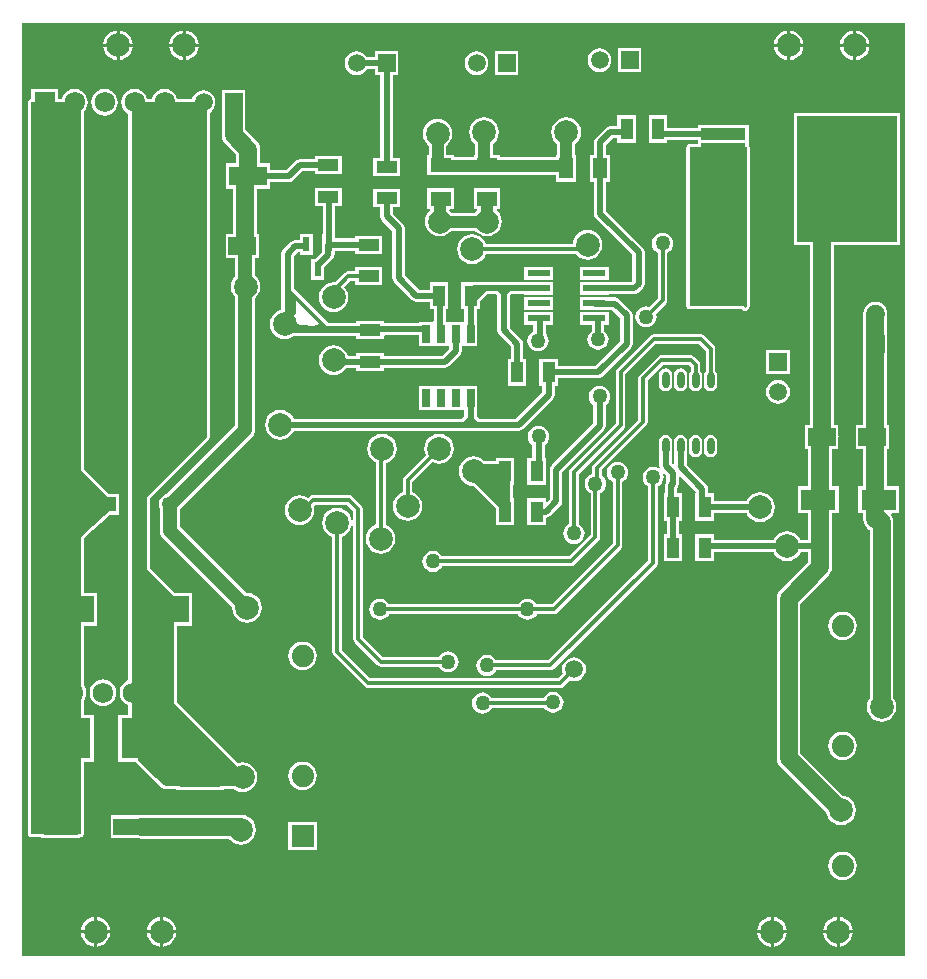
<source format=gtl>
G04*
G04 #@! TF.GenerationSoftware,Altium Limited,Altium Designer,19.0.10 (269)*
G04*
G04 Layer_Physical_Order=1*
G04 Layer_Color=255*
%FSLAX25Y25*%
%MOIN*%
G70*
G01*
G75*
%ADD16R,0.11221X0.05512*%
%ADD17R,0.07800X0.02200*%
%ADD18R,0.04134X0.07087*%
%ADD19R,0.02559X0.06004*%
%ADD20O,0.02362X0.05512*%
%ADD21R,0.09173X0.06142*%
%ADD22R,0.33228X0.42165*%
%ADD23R,0.14882X0.03898*%
%ADD24R,0.07087X0.04134*%
%ADD25R,0.13819X0.05787*%
%ADD26R,0.12677X0.06417*%
%ADD27R,0.04764X0.06969*%
%ADD28R,0.06969X0.04764*%
%ADD29R,0.02362X0.04921*%
%ADD30R,0.16575X0.09050*%
%ADD31R,0.11811X0.07087*%
%ADD32R,0.05787X0.13819*%
%ADD60C,0.05906*%
%ADD61C,0.02000*%
%ADD62C,0.01181*%
%ADD63C,0.04724*%
%ADD64C,0.03937*%
%ADD65C,0.07874*%
%ADD66C,0.06791*%
%ADD67R,0.06791X0.06791*%
%ADD68R,0.07406X0.07406*%
%ADD69C,0.07406*%
%ADD70R,0.05906X0.05906*%
%ADD71C,0.05906*%
%ADD72R,0.05906X0.05906*%
%ADD73C,0.04913*%
%ADD74R,0.04913X0.04913*%
%ADD75C,0.05000*%
G36*
X295971Y1529D02*
X1529D01*
Y312471D01*
X295971D01*
Y1529D01*
D02*
G37*
%LPC*%
G36*
X257575Y309914D02*
Y305500D01*
X261989D01*
X261885Y306289D01*
X261387Y307490D01*
X260596Y308521D01*
X259565Y309313D01*
X258364Y309810D01*
X257575Y309914D01*
D02*
G37*
G36*
X34000D02*
Y305500D01*
X38414D01*
X38310Y306289D01*
X37813Y307490D01*
X37021Y308521D01*
X35990Y309313D01*
X34789Y309810D01*
X34000Y309914D01*
D02*
G37*
G36*
X279575D02*
Y305500D01*
X283989D01*
X283885Y306289D01*
X283387Y307490D01*
X282596Y308521D01*
X281565Y309313D01*
X280364Y309810D01*
X279575Y309914D01*
D02*
G37*
G36*
X56000D02*
Y305500D01*
X60414D01*
X60310Y306289D01*
X59812Y307490D01*
X59021Y308521D01*
X57990Y309313D01*
X56789Y309810D01*
X56000Y309914D01*
D02*
G37*
G36*
X256575D02*
X255786Y309810D01*
X254585Y309313D01*
X253554Y308521D01*
X252762Y307490D01*
X252265Y306289D01*
X252161Y305500D01*
X256575D01*
Y309914D01*
D02*
G37*
G36*
X33000D02*
X32211Y309810D01*
X31010Y309313D01*
X29979Y308521D01*
X29188Y307490D01*
X28690Y306289D01*
X28586Y305500D01*
X33000D01*
Y309914D01*
D02*
G37*
G36*
X278575D02*
X277786Y309810D01*
X276585Y309313D01*
X275554Y308521D01*
X274762Y307490D01*
X274265Y306289D01*
X274161Y305500D01*
X278575D01*
Y309914D01*
D02*
G37*
G36*
X55000D02*
X54211Y309810D01*
X53010Y309313D01*
X51979Y308521D01*
X51187Y307490D01*
X50690Y306289D01*
X50586Y305500D01*
X55000D01*
Y309914D01*
D02*
G37*
G36*
X283989Y304500D02*
X279575D01*
Y300086D01*
X280364Y300190D01*
X281565Y300688D01*
X282596Y301479D01*
X283387Y302510D01*
X283885Y303711D01*
X283989Y304500D01*
D02*
G37*
G36*
X261989D02*
X257575D01*
Y300086D01*
X258364Y300190D01*
X259565Y300688D01*
X260596Y301479D01*
X261387Y302510D01*
X261885Y303711D01*
X261989Y304500D01*
D02*
G37*
G36*
X60414D02*
X56000D01*
Y300086D01*
X56789Y300190D01*
X57990Y300688D01*
X59021Y301479D01*
X59812Y302510D01*
X60310Y303711D01*
X60414Y304500D01*
D02*
G37*
G36*
X38414D02*
X34000D01*
Y300086D01*
X34789Y300190D01*
X35990Y300688D01*
X37021Y301479D01*
X37813Y302510D01*
X38310Y303711D01*
X38414Y304500D01*
D02*
G37*
G36*
X278575D02*
X274161D01*
X274265Y303711D01*
X274762Y302510D01*
X275554Y301479D01*
X276585Y300688D01*
X277786Y300190D01*
X278575Y300086D01*
Y304500D01*
D02*
G37*
G36*
X256575D02*
X252161D01*
X252265Y303711D01*
X252762Y302510D01*
X253554Y301479D01*
X254585Y300688D01*
X255786Y300190D01*
X256575Y300086D01*
Y304500D01*
D02*
G37*
G36*
X55000D02*
X50586D01*
X50690Y303711D01*
X51187Y302510D01*
X51979Y301479D01*
X53010Y300688D01*
X54211Y300190D01*
X55000Y300086D01*
Y304500D01*
D02*
G37*
G36*
X33000D02*
X28586D01*
X28690Y303711D01*
X29188Y302510D01*
X29979Y301479D01*
X31010Y300688D01*
X32211Y300190D01*
X33000Y300086D01*
Y304500D01*
D02*
G37*
G36*
X207953Y303953D02*
X200047D01*
Y296047D01*
X207953D01*
Y303953D01*
D02*
G37*
G36*
X194000Y303987D02*
X192968Y303851D01*
X192007Y303453D01*
X191181Y302819D01*
X190547Y301993D01*
X190149Y301032D01*
X190013Y300000D01*
X190149Y298968D01*
X190547Y298007D01*
X191181Y297181D01*
X192007Y296547D01*
X192968Y296149D01*
X194000Y296013D01*
X195032Y296149D01*
X195993Y296547D01*
X196819Y297181D01*
X197453Y298007D01*
X197851Y298968D01*
X197987Y300000D01*
X197851Y301032D01*
X197453Y301993D01*
X196819Y302819D01*
X195993Y303453D01*
X195032Y303851D01*
X194000Y303987D01*
D02*
G37*
G36*
X166953Y302953D02*
X159047D01*
Y295047D01*
X166953D01*
Y302953D01*
D02*
G37*
G36*
X153000Y302987D02*
X151968Y302851D01*
X151007Y302453D01*
X150181Y301819D01*
X149547Y300993D01*
X149149Y300032D01*
X149013Y299000D01*
X149149Y297968D01*
X149547Y297007D01*
X150181Y296181D01*
X151007Y295547D01*
X151968Y295149D01*
X153000Y295013D01*
X154032Y295149D01*
X154993Y295547D01*
X155819Y296181D01*
X156453Y297007D01*
X156851Y297968D01*
X156987Y299000D01*
X156851Y300032D01*
X156453Y300993D01*
X155819Y301819D01*
X154993Y302453D01*
X154032Y302851D01*
X153000Y302987D01*
D02*
G37*
G36*
X19000Y290434D02*
X17853Y290283D01*
X16783Y289840D01*
X15865Y289135D01*
X15160Y288217D01*
X14717Y287147D01*
X14701Y287020D01*
X13396D01*
Y290396D01*
X4604D01*
Y287020D01*
X4500D01*
X4110Y286942D01*
X3779Y286721D01*
X3558Y286390D01*
X3480Y286000D01*
X3480Y69667D01*
X3480Y42000D01*
X3558Y41610D01*
X3779Y41279D01*
X4110Y41058D01*
X4500Y40980D01*
X7775D01*
Y40744D01*
X20996D01*
Y40980D01*
X21000D01*
X21390Y41058D01*
X21721Y41279D01*
X21942Y41610D01*
X22020Y42000D01*
X22020Y66091D01*
X25354D01*
Y81910D01*
X22020D01*
Y86538D01*
X22340Y86955D01*
X22783Y88025D01*
X22934Y89172D01*
X22783Y90320D01*
X22340Y91389D01*
X22020Y91806D01*
Y111475D01*
X26354D01*
Y122525D01*
X22020D01*
Y140608D01*
X30807Y148543D01*
X33957D01*
Y155457D01*
X30407D01*
X22020Y163844D01*
X22020Y282776D01*
X22135Y282865D01*
X22840Y283783D01*
X23282Y284853D01*
X23434Y286000D01*
X23282Y287147D01*
X22840Y288217D01*
X22135Y289135D01*
X21217Y289840D01*
X20147Y290283D01*
X19000Y290434D01*
D02*
G37*
G36*
X49000D02*
X47853Y290283D01*
X46783Y289840D01*
X45865Y289135D01*
X45160Y288217D01*
X44717Y287147D01*
X44701Y287020D01*
X43299Y287020D01*
X43282Y287147D01*
X42840Y288217D01*
X42135Y289135D01*
X41217Y289840D01*
X40148Y290283D01*
X39000Y290434D01*
X37852Y290283D01*
X36783Y289840D01*
X35865Y289135D01*
X35160Y288217D01*
X34718Y287147D01*
X34566Y286000D01*
X34718Y284853D01*
X35160Y283783D01*
X35865Y282865D01*
X36783Y282160D01*
X36980Y282079D01*
Y93301D01*
X36283Y93012D01*
X35365Y92307D01*
X34660Y91389D01*
X34218Y90320D01*
X34066Y89172D01*
X34218Y88025D01*
X34660Y86955D01*
X35365Y86037D01*
X36283Y85333D01*
X36980Y85044D01*
Y81910D01*
X33646D01*
Y66091D01*
X39441D01*
X40000Y65362D01*
X47181Y58181D01*
X47181Y58181D01*
X48007Y57547D01*
X48968Y57149D01*
X50000Y57013D01*
X52987D01*
Y56646D01*
X68806D01*
Y57013D01*
X72086D01*
X72510Y56687D01*
X73711Y56190D01*
X75000Y56020D01*
X76289Y56190D01*
X77490Y56687D01*
X78521Y57479D01*
X79312Y58510D01*
X79810Y59711D01*
X79980Y61000D01*
X79810Y62289D01*
X79312Y63490D01*
X78521Y64521D01*
X77490Y65312D01*
X76289Y65810D01*
X75000Y65980D01*
X73711Y65810D01*
X73423Y65691D01*
X53020Y86094D01*
Y111475D01*
X58217D01*
Y122525D01*
X52399D01*
X44020Y130904D01*
Y154078D01*
X63721Y173779D01*
X63942Y174110D01*
X64020Y174500D01*
X64020Y282567D01*
X64819Y283181D01*
X65453Y284007D01*
X65851Y284968D01*
X65987Y286000D01*
X65851Y287032D01*
X65453Y287993D01*
X64819Y288819D01*
X63993Y289453D01*
X63032Y289851D01*
X62000Y289987D01*
X60968Y289851D01*
X60007Y289453D01*
X59181Y288819D01*
X58547Y287993D01*
X58149Y287032D01*
X58147Y287020D01*
X53299Y287020D01*
X53282Y287147D01*
X52840Y288217D01*
X52135Y289135D01*
X51217Y289840D01*
X50147Y290283D01*
X49000Y290434D01*
D02*
G37*
G36*
X29000D02*
X27852Y290283D01*
X26783Y289840D01*
X25865Y289135D01*
X25160Y288217D01*
X24717Y287147D01*
X24566Y286000D01*
X24717Y284853D01*
X25160Y283783D01*
X25865Y282865D01*
X26783Y282160D01*
X27852Y281717D01*
X29000Y281566D01*
X30147Y281717D01*
X31217Y282160D01*
X32135Y282865D01*
X32840Y283783D01*
X33283Y284853D01*
X33434Y286000D01*
X33283Y287147D01*
X32840Y288217D01*
X32135Y289135D01*
X31217Y289840D01*
X30147Y290283D01*
X29000Y290434D01*
D02*
G37*
G36*
X206067Y281611D02*
X199933D01*
Y278039D01*
X197500D01*
X196720Y277884D01*
X196058Y277442D01*
X192680Y274064D01*
X192238Y273402D01*
X192083Y272622D01*
Y268484D01*
X190740D01*
Y259516D01*
X192083D01*
Y248878D01*
X192238Y248098D01*
X192680Y247436D01*
X204961Y235155D01*
Y226387D01*
X204613Y226039D01*
X197200D01*
Y226100D01*
X187400D01*
Y221900D01*
X197200D01*
Y221961D01*
X205458D01*
X206238Y222116D01*
X206900Y222558D01*
X208442Y224100D01*
X208442Y224100D01*
X208884Y224762D01*
X209039Y225542D01*
X209039Y225542D01*
Y236000D01*
X208884Y236780D01*
X208442Y237442D01*
X196161Y249723D01*
Y259516D01*
X197504D01*
Y268484D01*
X196161D01*
Y271777D01*
X198345Y273961D01*
X199933D01*
Y272524D01*
X206067D01*
Y281611D01*
D02*
G37*
G36*
X182878Y280980D02*
X181589Y280810D01*
X180388Y280312D01*
X179357Y279521D01*
X178566Y278490D01*
X178068Y277289D01*
X177898Y276000D01*
X178068Y274711D01*
X178566Y273510D01*
X179357Y272479D01*
X179884Y272075D01*
Y268484D01*
X179496D01*
Y267866D01*
X160984D01*
Y268504D01*
X158494D01*
Y272075D01*
X159021Y272479D01*
X159812Y273510D01*
X160310Y274711D01*
X160480Y276000D01*
X160310Y277289D01*
X159812Y278490D01*
X159021Y279521D01*
X157990Y280312D01*
X156789Y280810D01*
X155500Y280980D01*
X154211Y280810D01*
X153010Y280312D01*
X151979Y279521D01*
X151188Y278490D01*
X150690Y277289D01*
X150520Y276000D01*
X150690Y274711D01*
X151188Y273510D01*
X151979Y272479D01*
X152506Y272075D01*
Y268504D01*
X152016D01*
Y267866D01*
X145484D01*
Y268504D01*
X142994D01*
Y271574D01*
X143521Y271979D01*
X144313Y273010D01*
X144810Y274211D01*
X144980Y275500D01*
X144810Y276789D01*
X144313Y277990D01*
X143521Y279021D01*
X142490Y279813D01*
X141289Y280310D01*
X140000Y280480D01*
X138711Y280310D01*
X137510Y279813D01*
X136479Y279021D01*
X135687Y277990D01*
X135190Y276789D01*
X135020Y275500D01*
X135190Y274211D01*
X135687Y273010D01*
X136479Y271979D01*
X137006Y271574D01*
Y268504D01*
X136516D01*
Y261740D01*
X145484D01*
Y261878D01*
X152016D01*
Y261740D01*
X160984D01*
Y261878D01*
X179496D01*
Y259516D01*
X186260D01*
Y268484D01*
X185872D01*
Y272075D01*
X186399Y272479D01*
X187190Y273510D01*
X187688Y274711D01*
X187858Y276000D01*
X187688Y277289D01*
X187190Y278490D01*
X186399Y279521D01*
X185368Y280312D01*
X184167Y280810D01*
X182878Y280980D01*
D02*
G37*
G36*
X72000Y289987D02*
X71741Y289953D01*
X68047D01*
Y286259D01*
X68013Y286000D01*
Y275185D01*
X68013Y275185D01*
X68149Y274153D01*
X68547Y273192D01*
X69181Y272366D01*
X72946Y268601D01*
Y265625D01*
X69594D01*
Y257208D01*
X71942D01*
Y242144D01*
X69339D01*
Y234002D01*
X72420D01*
Y227965D01*
X71688Y227011D01*
X71190Y225810D01*
X71020Y224521D01*
X71190Y223232D01*
X71688Y222031D01*
X72420Y221077D01*
Y178216D01*
X49554Y155350D01*
X48757Y155019D01*
X48035Y154465D01*
X47481Y153743D01*
X47132Y152902D01*
X47014Y152000D01*
X47132Y151098D01*
X47359Y150550D01*
Y143250D01*
X47475Y142372D01*
X47615Y142033D01*
X47813Y141554D01*
X48352Y140852D01*
X71542Y117662D01*
X71520Y117500D01*
X71690Y116211D01*
X72188Y115010D01*
X72979Y113979D01*
X74010Y113188D01*
X75211Y112690D01*
X76500Y112520D01*
X77789Y112690D01*
X78990Y113188D01*
X80021Y113979D01*
X80813Y115010D01*
X81310Y116211D01*
X81480Y117500D01*
X81310Y118789D01*
X80813Y119990D01*
X80021Y121021D01*
X78990Y121812D01*
X77789Y122310D01*
X76500Y122480D01*
X76338Y122458D01*
X54142Y144654D01*
Y150346D01*
X78209Y174413D01*
X78209Y174413D01*
X78748Y175115D01*
X79087Y175933D01*
X79202Y176811D01*
X79202Y176811D01*
Y220755D01*
X79521Y221000D01*
X80313Y222031D01*
X80810Y223232D01*
X80980Y224521D01*
X80810Y225810D01*
X80313Y227011D01*
X79521Y228042D01*
X79202Y228287D01*
Y234002D01*
X80512D01*
Y242144D01*
X79916D01*
Y257208D01*
X84272D01*
Y259377D01*
X90417D01*
X91197Y259533D01*
X91859Y259975D01*
X94845Y262961D01*
X99016D01*
Y261933D01*
X108102D01*
Y268067D01*
X99016D01*
Y267039D01*
X94000D01*
X93220Y266884D01*
X92558Y266442D01*
X89572Y263456D01*
X84272D01*
Y265625D01*
X80920D01*
Y270252D01*
X80920Y270252D01*
X80784Y271284D01*
X80386Y272245D01*
X79752Y273071D01*
X79752Y273071D01*
X75987Y276836D01*
Y286000D01*
X75953Y286259D01*
Y289953D01*
X72259D01*
X72000Y289987D01*
D02*
G37*
G36*
X113000Y302955D02*
X111968Y302819D01*
X111007Y302421D01*
X110181Y301787D01*
X109547Y300961D01*
X109149Y300000D01*
X109013Y298968D01*
X109149Y297936D01*
X109547Y296975D01*
X110181Y296149D01*
X111007Y295515D01*
X111968Y295117D01*
X113000Y294981D01*
X114032Y295117D01*
X114993Y295515D01*
X115819Y296149D01*
X116418Y296929D01*
X119047D01*
Y295015D01*
X120961D01*
Y267567D01*
X118457D01*
Y261433D01*
X127543D01*
Y267567D01*
X125039D01*
Y295015D01*
X126953D01*
Y302921D01*
X119047D01*
Y301007D01*
X116418D01*
X115819Y301787D01*
X114993Y302421D01*
X114032Y302819D01*
X113000Y302955D01*
D02*
G37*
G36*
X160984Y257260D02*
X152016D01*
Y250496D01*
X153115D01*
X153285Y249996D01*
X152979Y249761D01*
X152575Y249234D01*
X144676D01*
X144271Y249761D01*
X143965Y249996D01*
X144135Y250496D01*
X145484D01*
Y257260D01*
X136516D01*
Y250496D01*
X137365D01*
X137535Y249996D01*
X137229Y249761D01*
X136438Y248730D01*
X135940Y247529D01*
X135770Y246240D01*
X135940Y244951D01*
X136438Y243750D01*
X137229Y242719D01*
X138260Y241928D01*
X139461Y241430D01*
X140750Y241261D01*
X142039Y241430D01*
X143240Y241928D01*
X144271Y242719D01*
X144676Y243246D01*
X152575D01*
X152979Y242719D01*
X154010Y241928D01*
X155211Y241430D01*
X156500Y241261D01*
X157789Y241430D01*
X158990Y241928D01*
X160021Y242719D01*
X160812Y243750D01*
X161310Y244951D01*
X161480Y246240D01*
X161310Y247529D01*
X160812Y248730D01*
X160021Y249761D01*
X159715Y249996D01*
X159885Y250496D01*
X160984D01*
Y257260D01*
D02*
G37*
G36*
X190000Y243480D02*
X188711Y243310D01*
X187510Y242812D01*
X186479Y242021D01*
X185687Y240990D01*
X185190Y239789D01*
X185036Y238622D01*
X156172D01*
X155813Y239490D01*
X155021Y240521D01*
X153990Y241313D01*
X152789Y241810D01*
X151500Y241980D01*
X150211Y241810D01*
X149010Y241313D01*
X147979Y240521D01*
X147187Y239490D01*
X146690Y238289D01*
X146520Y237000D01*
X146690Y235711D01*
X147187Y234510D01*
X147979Y233479D01*
X149010Y232687D01*
X150211Y232190D01*
X151500Y232020D01*
X152789Y232190D01*
X153990Y232687D01*
X155021Y233479D01*
X155813Y234510D01*
X156172Y235378D01*
X186172D01*
X186479Y234979D01*
X187510Y234188D01*
X188711Y233690D01*
X190000Y233520D01*
X191289Y233690D01*
X192490Y234188D01*
X193521Y234979D01*
X194313Y236010D01*
X194810Y237211D01*
X194980Y238500D01*
X194810Y239789D01*
X194313Y240990D01*
X193521Y242021D01*
X192490Y242812D01*
X191289Y243310D01*
X190000Y243480D01*
D02*
G37*
G36*
X108102Y257567D02*
X99016D01*
Y251433D01*
X101701D01*
Y242094D01*
X101559D01*
Y238650D01*
X101520Y238453D01*
Y236050D01*
X99297Y233827D01*
X97819D01*
Y226906D01*
X102181D01*
Y230943D01*
X105001Y233763D01*
X105443Y234424D01*
X105592Y235173D01*
X105921D01*
Y236528D01*
X112457D01*
Y235433D01*
X121543D01*
Y241567D01*
X112457D01*
Y240606D01*
X105921D01*
Y242094D01*
X105779D01*
Y251433D01*
X108102D01*
Y257567D01*
D02*
G37*
G36*
X127543Y257067D02*
X118457D01*
Y250933D01*
X120961D01*
Y248000D01*
X121116Y247220D01*
X121558Y246558D01*
X124961Y243155D01*
Y227433D01*
X125116Y226653D01*
X125558Y225991D01*
X131491Y220058D01*
X132153Y219616D01*
X132933Y219461D01*
X137433D01*
Y216956D01*
X138711D01*
Y213079D01*
X138279Y212913D01*
X138211Y212913D01*
X133721D01*
Y212539D01*
X122043D01*
Y213067D01*
X112957D01*
Y212539D01*
X103445D01*
X92039Y223945D01*
Y234655D01*
X93345Y235961D01*
X94079D01*
Y235173D01*
X98441D01*
Y242094D01*
X94079D01*
Y240039D01*
X92500D01*
X91720Y239884D01*
X91058Y239442D01*
X88558Y236942D01*
X88116Y236280D01*
X87961Y235500D01*
Y223000D01*
X87980Y222902D01*
X87980Y216845D01*
X87711Y216810D01*
X86510Y216313D01*
X85479Y215521D01*
X84688Y214490D01*
X84190Y213289D01*
X84020Y212000D01*
X84190Y210711D01*
X84688Y209510D01*
X85479Y208479D01*
X86510Y207687D01*
X87711Y207190D01*
X89000Y207020D01*
X90289Y207190D01*
X91490Y207687D01*
X91872Y207980D01*
X112957Y207980D01*
Y206933D01*
X122043D01*
Y208055D01*
X122057Y208058D01*
X122178Y208139D01*
X122307Y208206D01*
X122342Y208248D01*
X122388Y208279D01*
X122468Y208400D01*
X122519Y208461D01*
X133721D01*
Y204909D01*
X138221D01*
X138279Y204909D01*
X138721D01*
X138779Y204909D01*
X143220D01*
X143280Y204909D01*
X143720D01*
X143961Y204485D01*
Y203845D01*
X141655Y201539D01*
X122043D01*
Y202567D01*
X112957D01*
Y201539D01*
X110059D01*
X109666Y202490D01*
X108874Y203521D01*
X107843Y204312D01*
X106642Y204810D01*
X105353Y204980D01*
X104065Y204810D01*
X102864Y204312D01*
X101832Y203521D01*
X101041Y202490D01*
X100543Y201289D01*
X100374Y200000D01*
X100543Y198711D01*
X101041Y197510D01*
X101832Y196479D01*
X102864Y195687D01*
X104065Y195190D01*
X105353Y195020D01*
X106642Y195190D01*
X107843Y195687D01*
X108874Y196479D01*
X109628Y197461D01*
X112957D01*
Y196433D01*
X122043D01*
Y197461D01*
X142500D01*
X143280Y197616D01*
X143942Y198058D01*
X147442Y201558D01*
X147884Y202220D01*
X148039Y203000D01*
Y204485D01*
X148280Y204909D01*
X148721D01*
X148779Y204909D01*
X153279D01*
Y212913D01*
X153039D01*
Y216956D01*
X154067D01*
Y219592D01*
X156436Y221961D01*
X159597D01*
X159961Y221597D01*
Y210000D01*
X160116Y209220D01*
X160558Y208558D01*
X164461Y204655D01*
Y200543D01*
X163433D01*
Y191457D01*
X169567D01*
Y200543D01*
X168539D01*
Y205500D01*
X168384Y206280D01*
X167942Y206942D01*
X164039Y210845D01*
Y221597D01*
X164403Y221961D01*
X168800D01*
Y221900D01*
X178600D01*
Y226100D01*
X168800D01*
Y226039D01*
X154067D01*
Y226042D01*
X147933D01*
Y216956D01*
X148961D01*
Y213338D01*
X148721Y212913D01*
X148280D01*
X148221Y212913D01*
X143780D01*
X143720Y212913D01*
X143280D01*
X142789Y213079D01*
Y216956D01*
X143567D01*
Y226042D01*
X137433D01*
Y223539D01*
X133778D01*
X129039Y228278D01*
Y244000D01*
X128884Y244780D01*
X128442Y245442D01*
X125039Y248845D01*
Y250933D01*
X127543D01*
Y257067D01*
D02*
G37*
G36*
X197200Y231100D02*
X187400D01*
Y226900D01*
X197200D01*
Y231100D01*
D02*
G37*
G36*
X178600D02*
X168800D01*
Y226900D01*
X178600D01*
Y231100D01*
D02*
G37*
G36*
X121543Y231067D02*
X112457D01*
Y229622D01*
X110149D01*
X109528Y229498D01*
X109002Y229147D01*
X105777Y225921D01*
X105333Y225980D01*
X104044Y225810D01*
X102843Y225312D01*
X101812Y224521D01*
X101021Y223490D01*
X100523Y222289D01*
X100354Y221000D01*
X100523Y219711D01*
X101021Y218510D01*
X101812Y217479D01*
X102843Y216687D01*
X104044Y216190D01*
X105333Y216020D01*
X106622Y216190D01*
X107823Y216687D01*
X108854Y217479D01*
X109646Y218510D01*
X110143Y219711D01*
X110313Y221000D01*
X110143Y222289D01*
X109646Y223490D01*
X108902Y224459D01*
X110821Y226378D01*
X112457D01*
Y224933D01*
X121543D01*
Y231067D01*
D02*
G37*
G36*
X215000Y242530D02*
X214086Y242410D01*
X213235Y242057D01*
X212504Y241496D01*
X211943Y240765D01*
X211590Y239914D01*
X211470Y239000D01*
X211590Y238086D01*
X211943Y237235D01*
X212504Y236504D01*
X213235Y235943D01*
X213378Y235883D01*
Y220672D01*
X210557Y217850D01*
X210414Y217910D01*
X209500Y218030D01*
X208586Y217910D01*
X207735Y217557D01*
X207004Y216996D01*
X206443Y216265D01*
X206090Y215414D01*
X205970Y214500D01*
X206090Y213586D01*
X206443Y212735D01*
X207004Y212004D01*
X207735Y211443D01*
X208586Y211090D01*
X209500Y210970D01*
X210414Y211090D01*
X211265Y211443D01*
X211996Y212004D01*
X212557Y212735D01*
X212910Y213586D01*
X213030Y214500D01*
X212910Y215414D01*
X212850Y215557D01*
X216147Y218853D01*
X216498Y219379D01*
X216622Y220000D01*
Y235883D01*
X216765Y235943D01*
X217496Y236504D01*
X218057Y237235D01*
X218410Y238086D01*
X218530Y239000D01*
X218410Y239914D01*
X218057Y240765D01*
X217496Y241496D01*
X216765Y242057D01*
X215914Y242410D01*
X215000Y242530D01*
D02*
G37*
G36*
X178600Y221100D02*
X168800D01*
Y216900D01*
X178600D01*
Y221100D01*
D02*
G37*
G36*
X216567Y281611D02*
X210433D01*
Y272524D01*
X216567D01*
Y273461D01*
X226862D01*
Y272020D01*
X224000D01*
X223610Y271942D01*
X223279Y271721D01*
X223058Y271390D01*
X222980Y271000D01*
Y218000D01*
X223058Y217610D01*
X223279Y217279D01*
X223610Y217058D01*
X224000Y216980D01*
X241578D01*
X241779Y216779D01*
X242110Y216558D01*
X242500Y216480D01*
X242890Y216558D01*
X243221Y216779D01*
X243721Y217279D01*
X243942Y217610D01*
X244020Y218000D01*
Y271000D01*
X243942Y271390D01*
X243744Y271686D01*
Y278449D01*
X226862D01*
Y277539D01*
X216567D01*
Y281611D01*
D02*
G37*
G36*
X197200Y216100D02*
X187400D01*
Y211900D01*
X191461D01*
Y209847D01*
X191004Y209496D01*
X190443Y208765D01*
X190090Y207914D01*
X189970Y207000D01*
X190090Y206086D01*
X190443Y205235D01*
X191004Y204504D01*
X191735Y203943D01*
X192586Y203590D01*
X193500Y203470D01*
X194414Y203590D01*
X195265Y203943D01*
X195996Y204504D01*
X196557Y205235D01*
X196910Y206086D01*
X197030Y207000D01*
X196910Y207914D01*
X196557Y208765D01*
X195996Y209496D01*
X195539Y209847D01*
Y211900D01*
X197200D01*
Y216100D01*
D02*
G37*
G36*
X178600D02*
X168800D01*
Y211900D01*
X171961D01*
Y209651D01*
X171735Y209557D01*
X171004Y208996D01*
X170443Y208265D01*
X170090Y207414D01*
X169970Y206500D01*
X170090Y205586D01*
X170443Y204735D01*
X171004Y204004D01*
X171735Y203443D01*
X172586Y203090D01*
X173500Y202970D01*
X174414Y203090D01*
X175265Y203443D01*
X175996Y204004D01*
X176557Y204735D01*
X176910Y205586D01*
X177030Y206500D01*
X176910Y207414D01*
X176557Y208265D01*
X176039Y208940D01*
Y211900D01*
X178600D01*
Y216100D01*
D02*
G37*
G36*
X197200Y221100D02*
X187400D01*
Y216900D01*
X192203D01*
X192400Y216861D01*
X198255D01*
X200961Y214155D01*
Y206345D01*
X192655Y198039D01*
X180067D01*
Y200543D01*
X173933D01*
Y191457D01*
X174961D01*
Y189345D01*
X166155Y180539D01*
X153932D01*
X153039Y181432D01*
Y183555D01*
X153279D01*
Y191559D01*
X148779D01*
X148721Y191559D01*
X148280D01*
X148221Y191559D01*
X143780D01*
X143720Y191559D01*
X143280D01*
X143220Y191559D01*
X138779D01*
X138721Y191559D01*
X138279D01*
X138221Y191559D01*
X133721D01*
Y183555D01*
X138221D01*
X138279Y183555D01*
X138721D01*
X138779Y183555D01*
X143220D01*
X143280Y183555D01*
X143720D01*
X143780Y183555D01*
X148221D01*
X148280Y183555D01*
X148721D01*
X148961Y183130D01*
Y181374D01*
X148126Y180539D01*
X91999D01*
X91812Y180990D01*
X91021Y182021D01*
X89990Y182812D01*
X88789Y183310D01*
X87500Y183480D01*
X86211Y183310D01*
X85010Y182812D01*
X83979Y182021D01*
X83188Y180990D01*
X82690Y179789D01*
X82520Y178500D01*
X82690Y177211D01*
X83188Y176010D01*
X83979Y174979D01*
X85010Y174188D01*
X86211Y173690D01*
X87500Y173520D01*
X88789Y173690D01*
X89990Y174188D01*
X91021Y174979D01*
X91812Y176010D01*
X91999Y176461D01*
X148500D01*
X148625Y176486D01*
X148750Y176461D01*
X167000D01*
X167780Y176616D01*
X168442Y177058D01*
X178442Y187058D01*
X178442Y187058D01*
X178884Y187720D01*
X179039Y188500D01*
X179039Y188500D01*
Y191457D01*
X180067D01*
Y193961D01*
X193500D01*
X194280Y194116D01*
X194942Y194558D01*
X204442Y204058D01*
X204884Y204720D01*
X205039Y205500D01*
Y215000D01*
X204884Y215780D01*
X204442Y216442D01*
X200542Y220342D01*
X199880Y220784D01*
X199100Y220939D01*
X197200D01*
Y221100D01*
D02*
G37*
G36*
X257453Y203453D02*
X249547D01*
Y195547D01*
X257453D01*
Y203453D01*
D02*
G37*
G36*
X227888Y208622D02*
X212000D01*
X211379Y208498D01*
X210853Y208147D01*
X199853Y197147D01*
X199502Y196621D01*
X199378Y196000D01*
Y178992D01*
X184342Y163955D01*
X183990Y163429D01*
X183867Y162808D01*
Y145396D01*
X183723Y145336D01*
X182992Y144775D01*
X182431Y144044D01*
X182078Y143193D01*
X181958Y142279D01*
X182078Y141365D01*
X182431Y140514D01*
X182992Y139783D01*
X183723Y139222D01*
X184574Y138869D01*
X185488Y138749D01*
X186402Y138869D01*
X187253Y139222D01*
X187984Y139783D01*
X188545Y140514D01*
X188898Y141365D01*
X189018Y142279D01*
X188898Y143193D01*
X188545Y144044D01*
X187984Y144775D01*
X187253Y145336D01*
X187110Y145396D01*
Y162136D01*
X202147Y177173D01*
X202498Y177699D01*
X202622Y178320D01*
Y195328D01*
X212672Y205378D01*
X227217D01*
X229378Y203217D01*
Y196545D01*
X228945Y195897D01*
X228776Y195046D01*
Y191897D01*
X228945Y191046D01*
X229428Y190324D01*
X230149Y189842D01*
X231000Y189673D01*
X231851Y189842D01*
X232573Y190324D01*
X233055Y191046D01*
X233224Y191897D01*
Y195046D01*
X233055Y195897D01*
X232622Y196545D01*
Y203888D01*
X232498Y204509D01*
X232147Y205035D01*
X229035Y208147D01*
X228509Y208498D01*
X227888Y208622D01*
D02*
G37*
G36*
X224500Y201622D02*
X214500D01*
X213879Y201498D01*
X213353Y201147D01*
X207353Y195147D01*
X207002Y194621D01*
X206878Y194000D01*
Y180141D01*
X191940Y165203D01*
X191588Y164677D01*
X191465Y164056D01*
Y162147D01*
X190893Y161910D01*
X190162Y161349D01*
X189601Y160618D01*
X189249Y159767D01*
X189128Y158853D01*
X189249Y157940D01*
X189601Y157088D01*
X190162Y156357D01*
X190893Y155796D01*
X191037Y155737D01*
Y141830D01*
X183810Y134604D01*
X141617D01*
X141557Y134747D01*
X140996Y135478D01*
X140265Y136039D01*
X139414Y136392D01*
X138500Y136512D01*
X137586Y136392D01*
X136735Y136039D01*
X136004Y135478D01*
X135443Y134747D01*
X135090Y133896D01*
X134970Y132982D01*
X135090Y132068D01*
X135443Y131217D01*
X136004Y130485D01*
X136735Y129924D01*
X137586Y129572D01*
X138500Y129452D01*
X139414Y129572D01*
X140265Y129924D01*
X140996Y130485D01*
X141557Y131217D01*
X141617Y131360D01*
X184482D01*
X185102Y131483D01*
X185628Y131835D01*
X193805Y140012D01*
X194157Y140538D01*
X194280Y141158D01*
Y155737D01*
X194424Y155796D01*
X195155Y156357D01*
X195716Y157088D01*
X196068Y157940D01*
X196189Y158853D01*
X196068Y159767D01*
X195716Y160618D01*
X195155Y161349D01*
X194708Y161692D01*
Y163384D01*
X209647Y178323D01*
X209998Y178849D01*
X210122Y179470D01*
Y193328D01*
X215172Y198378D01*
X223828D01*
X224378Y197828D01*
Y196545D01*
X223945Y195897D01*
X223776Y195046D01*
Y191897D01*
X223945Y191046D01*
X224428Y190324D01*
X225149Y189842D01*
X226000Y189673D01*
X226851Y189842D01*
X227572Y190324D01*
X228055Y191046D01*
X228224Y191897D01*
Y195046D01*
X228055Y195897D01*
X227622Y196545D01*
Y198500D01*
X227498Y199121D01*
X227147Y199647D01*
X225647Y201147D01*
X225121Y201498D01*
X224500Y201622D01*
D02*
G37*
G36*
X221000Y197270D02*
X220149Y197101D01*
X219427Y196619D01*
X218945Y195897D01*
X218776Y195046D01*
Y191897D01*
X218945Y191046D01*
X219427Y190324D01*
X220149Y189842D01*
X221000Y189673D01*
X221851Y189842D01*
X222572Y190324D01*
X223055Y191046D01*
X223224Y191897D01*
Y195046D01*
X223055Y195897D01*
X222572Y196619D01*
X221851Y197101D01*
X221000Y197270D01*
D02*
G37*
G36*
X216000D02*
X215149Y197101D01*
X214427Y196619D01*
X213945Y195897D01*
X213776Y195046D01*
Y191897D01*
X213945Y191046D01*
X214427Y190324D01*
X215149Y189842D01*
X216000Y189673D01*
X216851Y189842D01*
X217572Y190324D01*
X218055Y191046D01*
X218224Y191897D01*
Y195046D01*
X218055Y195897D01*
X217572Y196619D01*
X216851Y197101D01*
X216000Y197270D01*
D02*
G37*
G36*
X253500Y193487D02*
X252468Y193351D01*
X251507Y192953D01*
X250681Y192319D01*
X250047Y191493D01*
X249649Y190532D01*
X249513Y189500D01*
X249649Y188468D01*
X250047Y187507D01*
X250681Y186681D01*
X251507Y186047D01*
X252468Y185649D01*
X253500Y185513D01*
X254532Y185649D01*
X255493Y186047D01*
X256319Y186681D01*
X256953Y187507D01*
X257351Y188468D01*
X257487Y189500D01*
X257351Y190532D01*
X256953Y191493D01*
X256319Y192319D01*
X255493Y192953D01*
X254532Y193351D01*
X253500Y193487D01*
D02*
G37*
G36*
X231000Y175223D02*
X230149Y175054D01*
X229428Y174572D01*
X228945Y173850D01*
X228776Y172999D01*
Y169850D01*
X228945Y168999D01*
X229428Y168277D01*
X230149Y167795D01*
X231000Y167626D01*
X231851Y167795D01*
X232573Y168277D01*
X233055Y168999D01*
X233224Y169850D01*
Y172999D01*
X233055Y173850D01*
X232573Y174572D01*
X231851Y175054D01*
X231000Y175223D01*
D02*
G37*
G36*
X226000D02*
X225149Y175054D01*
X224428Y174572D01*
X223945Y173850D01*
X223776Y172999D01*
Y169850D01*
X223945Y168999D01*
X224428Y168277D01*
X225149Y167795D01*
X226000Y167626D01*
X226851Y167795D01*
X227572Y168277D01*
X228055Y168999D01*
X228224Y169850D01*
Y172999D01*
X228055Y173850D01*
X227572Y174572D01*
X226851Y175054D01*
X226000Y175223D01*
D02*
G37*
G36*
X140500Y175480D02*
X139211Y175310D01*
X138010Y174812D01*
X136979Y174021D01*
X136188Y172990D01*
X135690Y171789D01*
X135520Y170500D01*
X135690Y169211D01*
X136050Y168343D01*
X128853Y161147D01*
X128502Y160621D01*
X128378Y160000D01*
Y156070D01*
X127510Y155710D01*
X126479Y154919D01*
X125688Y153888D01*
X125190Y152687D01*
X125020Y151398D01*
X125190Y150109D01*
X125688Y148908D01*
X126479Y147877D01*
X127510Y147085D01*
X128711Y146588D01*
X130000Y146418D01*
X131289Y146588D01*
X132490Y147085D01*
X133521Y147877D01*
X134312Y148908D01*
X134810Y150109D01*
X134980Y151398D01*
X134810Y152687D01*
X134312Y153888D01*
X133521Y154919D01*
X132490Y155710D01*
X131622Y156070D01*
Y159328D01*
X138343Y166050D01*
X139211Y165690D01*
X140500Y165520D01*
X141789Y165690D01*
X142990Y166188D01*
X144021Y166979D01*
X144813Y168010D01*
X145310Y169211D01*
X145480Y170500D01*
X145310Y171789D01*
X144813Y172990D01*
X144021Y174021D01*
X142990Y174812D01*
X141789Y175310D01*
X140500Y175480D01*
D02*
G37*
G36*
X221000Y175223D02*
X220149Y175054D01*
X219427Y174572D01*
X218945Y173850D01*
X218776Y172999D01*
Y169850D01*
X218945Y168999D01*
X218961Y168975D01*
Y165348D01*
X218499Y165156D01*
X218039Y165616D01*
Y168975D01*
X218055Y168999D01*
X218224Y169850D01*
Y172999D01*
X218055Y173850D01*
X217572Y174572D01*
X216851Y175054D01*
X216000Y175223D01*
X215149Y175054D01*
X214427Y174572D01*
X213945Y173850D01*
X213776Y172999D01*
Y169850D01*
X213945Y168999D01*
X213961Y168975D01*
Y164771D01*
X214037Y164388D01*
X213787Y164176D01*
X213588Y164081D01*
X212795Y164410D01*
X211882Y164530D01*
X210968Y164410D01*
X210117Y164057D01*
X209385Y163496D01*
X208824Y162765D01*
X208472Y161914D01*
X208351Y161000D01*
X208472Y160086D01*
X208824Y159235D01*
X209385Y158504D01*
X210117Y157943D01*
X210260Y157883D01*
Y133250D01*
X176937Y99928D01*
X159617D01*
X159557Y100071D01*
X158996Y100802D01*
X158265Y101363D01*
X157414Y101716D01*
X156500Y101836D01*
X155586Y101716D01*
X154735Y101363D01*
X154004Y100802D01*
X153443Y100071D01*
X153090Y99220D01*
X152970Y98306D01*
X153090Y97392D01*
X153443Y96541D01*
X154004Y95810D01*
X154735Y95249D01*
X155586Y94896D01*
X156500Y94776D01*
X157414Y94896D01*
X158265Y95249D01*
X158996Y95810D01*
X159557Y96541D01*
X159617Y96684D01*
X177609D01*
X178229Y96808D01*
X178755Y97159D01*
X213028Y131432D01*
X213380Y131958D01*
X213503Y132579D01*
Y157883D01*
X213647Y157943D01*
X214378Y158504D01*
X214939Y159235D01*
X215292Y160086D01*
X215412Y161000D01*
X215295Y161885D01*
X215328Y161924D01*
X215776Y162111D01*
X216311Y161576D01*
Y159437D01*
X216073Y159080D01*
X215917Y158299D01*
Y155587D01*
X215433D01*
Y146500D01*
X216461D01*
Y142043D01*
X215433D01*
Y132957D01*
X221567D01*
Y142043D01*
X220539D01*
Y146500D01*
X221567D01*
Y155587D01*
X219996D01*
Y157556D01*
X220234Y157913D01*
X220390Y158693D01*
X220390Y158693D01*
Y161347D01*
X220852Y161538D01*
X226191Y156199D01*
Y155587D01*
X225933D01*
Y146500D01*
X232067D01*
Y148961D01*
X243001D01*
X243187Y148510D01*
X243979Y147479D01*
X245010Y146687D01*
X246211Y146190D01*
X247500Y146020D01*
X248789Y146190D01*
X249990Y146687D01*
X251021Y147479D01*
X251813Y148510D01*
X252310Y149711D01*
X252480Y151000D01*
X252310Y152289D01*
X251813Y153490D01*
X251021Y154521D01*
X249990Y155313D01*
X248789Y155810D01*
X247500Y155980D01*
X246211Y155810D01*
X245010Y155313D01*
X243979Y154521D01*
X243187Y153490D01*
X243001Y153039D01*
X232067D01*
Y155587D01*
X230270D01*
Y157043D01*
X230114Y157824D01*
X229672Y158485D01*
X223039Y165118D01*
Y168975D01*
X223055Y168999D01*
X223224Y169850D01*
Y172999D01*
X223055Y173850D01*
X222572Y174572D01*
X221851Y175054D01*
X221000Y175223D01*
D02*
G37*
G36*
X173700Y178148D02*
X172786Y178028D01*
X171935Y177675D01*
X171204Y177114D01*
X170643Y176383D01*
X170290Y175532D01*
X170170Y174618D01*
X170290Y173704D01*
X170643Y172853D01*
X171204Y172122D01*
X171661Y171771D01*
Y167543D01*
X169933D01*
Y158457D01*
X176067D01*
Y167543D01*
X175739D01*
Y171771D01*
X176196Y172122D01*
X176757Y172853D01*
X177110Y173704D01*
X177230Y174618D01*
X177110Y175532D01*
X176757Y176383D01*
X176196Y177114D01*
X175465Y177675D01*
X174614Y178028D01*
X173700Y178148D01*
D02*
G37*
G36*
X110500Y155122D02*
X98573D01*
X97953Y154998D01*
X97426Y154647D01*
X96831Y154051D01*
X96490Y154313D01*
X95289Y154810D01*
X94000Y154980D01*
X92711Y154810D01*
X91510Y154313D01*
X90479Y153521D01*
X89688Y152490D01*
X89190Y151289D01*
X89020Y150000D01*
X89190Y148711D01*
X89688Y147510D01*
X90479Y146479D01*
X91510Y145687D01*
X92711Y145190D01*
X94000Y145020D01*
X95289Y145190D01*
X96490Y145687D01*
X97521Y146479D01*
X98312Y147510D01*
X98810Y148711D01*
X98980Y150000D01*
X98810Y151289D01*
X98765Y151398D01*
X99245Y151878D01*
X109828D01*
X111878Y149828D01*
Y146602D01*
X111378Y146570D01*
X111310Y147089D01*
X110812Y148290D01*
X110021Y149321D01*
X108990Y150112D01*
X107789Y150610D01*
X106500Y150780D01*
X105211Y150610D01*
X104010Y150112D01*
X102979Y149321D01*
X102188Y148290D01*
X101690Y147089D01*
X101520Y145800D01*
X101690Y144511D01*
X102188Y143310D01*
X102979Y142279D01*
X104010Y141488D01*
X104878Y141128D01*
Y102853D01*
X105002Y102233D01*
X105353Y101707D01*
X115797Y91263D01*
X116323Y90911D01*
X116944Y90788D01*
X180909D01*
X181530Y90911D01*
X182056Y91263D01*
X184096Y93303D01*
X184468Y93149D01*
X185500Y93013D01*
X186532Y93149D01*
X187493Y93547D01*
X188319Y94181D01*
X188953Y95007D01*
X189351Y95968D01*
X189487Y97000D01*
X189351Y98032D01*
X188953Y98993D01*
X188319Y99819D01*
X187493Y100453D01*
X186532Y100851D01*
X185500Y100987D01*
X184468Y100851D01*
X183507Y100453D01*
X182681Y99819D01*
X182047Y98993D01*
X181649Y98032D01*
X181513Y97000D01*
X181649Y95968D01*
X181803Y95596D01*
X180238Y94031D01*
X117616D01*
X108122Y103525D01*
Y141128D01*
X108990Y141488D01*
X110021Y142279D01*
X110812Y143310D01*
X111310Y144511D01*
X111378Y145030D01*
X111878Y144998D01*
Y107000D01*
X112002Y106379D01*
X112353Y105853D01*
X119853Y98353D01*
X120379Y98002D01*
X121000Y97878D01*
X140383D01*
X140443Y97735D01*
X141004Y97004D01*
X141735Y96443D01*
X142586Y96090D01*
X143500Y95970D01*
X144414Y96090D01*
X145265Y96443D01*
X145996Y97004D01*
X146557Y97735D01*
X146910Y98586D01*
X147030Y99500D01*
X146910Y100414D01*
X146557Y101265D01*
X145996Y101996D01*
X145265Y102557D01*
X144414Y102910D01*
X143500Y103030D01*
X142586Y102910D01*
X141735Y102557D01*
X141004Y101996D01*
X140443Y101265D01*
X140383Y101122D01*
X121672D01*
X115122Y107672D01*
Y150500D01*
X114998Y151121D01*
X114647Y151647D01*
X111647Y154647D01*
X111121Y154998D01*
X110500Y155122D01*
D02*
G37*
G36*
X194000Y191530D02*
X193086Y191410D01*
X192235Y191057D01*
X191504Y190496D01*
X190943Y189765D01*
X190590Y188914D01*
X190470Y188000D01*
X190590Y187086D01*
X190943Y186235D01*
X191504Y185504D01*
X191961Y185153D01*
Y178946D01*
X178019Y165005D01*
X177577Y164343D01*
X177422Y163563D01*
Y153805D01*
X176529Y152913D01*
X176067Y153104D01*
Y154043D01*
X169933D01*
Y144957D01*
X176067D01*
Y147474D01*
X176780Y147616D01*
X177442Y148058D01*
X180903Y151519D01*
X181345Y152181D01*
X181500Y152961D01*
Y162718D01*
X195442Y176660D01*
X195442Y176660D01*
X195884Y177322D01*
X196039Y178102D01*
X196039Y178102D01*
Y185153D01*
X196496Y185504D01*
X197057Y186235D01*
X197410Y187086D01*
X197530Y188000D01*
X197410Y188914D01*
X197057Y189765D01*
X196496Y190496D01*
X195765Y191057D01*
X194914Y191410D01*
X194000Y191530D01*
D02*
G37*
G36*
X152000Y167980D02*
X150711Y167810D01*
X149510Y167313D01*
X148479Y166521D01*
X147687Y165490D01*
X147190Y164289D01*
X147020Y163000D01*
X147190Y161711D01*
X147687Y160510D01*
X148479Y159479D01*
X149510Y158687D01*
X150711Y158190D01*
X152000Y158020D01*
X152033Y158025D01*
X159433Y150625D01*
Y144957D01*
X165567D01*
Y154043D01*
X165289D01*
Y158457D01*
X165567D01*
Y167543D01*
X159433D01*
Y166520D01*
X155522D01*
X155521Y166521D01*
X154490Y167313D01*
X153289Y167810D01*
X152000Y167980D01*
D02*
G37*
G36*
X294138Y282583D02*
X258909D01*
Y238417D01*
X264088D01*
Y178571D01*
X262488D01*
Y170429D01*
X263531D01*
Y158021D01*
X260055D01*
Y148934D01*
X263531D01*
Y140039D01*
X260999D01*
X260812Y140490D01*
X260021Y141521D01*
X258990Y142313D01*
X257789Y142810D01*
X256500Y142980D01*
X255211Y142810D01*
X254010Y142313D01*
X252979Y141521D01*
X252187Y140490D01*
X252001Y140039D01*
X232067D01*
Y142043D01*
X225933D01*
Y132957D01*
X232067D01*
Y135961D01*
X252001D01*
X252187Y135510D01*
X252979Y134479D01*
X254010Y133687D01*
X255211Y133190D01*
X256500Y133020D01*
X257789Y133190D01*
X258990Y133687D01*
X260021Y134479D01*
X260812Y135510D01*
X260999Y135961D01*
X263531D01*
Y132669D01*
X254181Y123319D01*
X253547Y122493D01*
X253149Y121532D01*
X253013Y120500D01*
X253013Y120500D01*
Y67500D01*
X253013Y67500D01*
X253149Y66468D01*
X253547Y65507D01*
X254181Y64681D01*
X269620Y49242D01*
X269690Y48711D01*
X270187Y47510D01*
X270979Y46479D01*
X272010Y45687D01*
X273211Y45190D01*
X274500Y45020D01*
X275789Y45190D01*
X276990Y45687D01*
X278021Y46479D01*
X278813Y47510D01*
X279310Y48711D01*
X279480Y50000D01*
X279310Y51289D01*
X278813Y52490D01*
X278021Y53521D01*
X276990Y54312D01*
X275789Y54810D01*
X275258Y54880D01*
X260987Y69151D01*
Y118849D01*
X270337Y128199D01*
X270337Y128199D01*
X270970Y129024D01*
X271369Y129986D01*
X271505Y131018D01*
Y138000D01*
Y148934D01*
X273866D01*
Y158021D01*
X271505D01*
Y170429D01*
X273661D01*
Y174359D01*
X273695Y174618D01*
X273661Y174877D01*
Y178571D01*
X272062D01*
Y238417D01*
X294138D01*
Y282583D01*
D02*
G37*
G36*
X121500Y175480D02*
X120211Y175310D01*
X119010Y174812D01*
X117979Y174021D01*
X117188Y172990D01*
X116690Y171789D01*
X116520Y170500D01*
X116690Y169211D01*
X117188Y168010D01*
X117979Y166979D01*
X119010Y166188D01*
X119628Y165931D01*
Y145276D01*
X118510Y144813D01*
X117479Y144021D01*
X116688Y142990D01*
X116190Y141789D01*
X116020Y140500D01*
X116190Y139211D01*
X116688Y138010D01*
X117479Y136979D01*
X118510Y136188D01*
X119711Y135690D01*
X121000Y135520D01*
X122289Y135690D01*
X123490Y136188D01*
X124521Y136979D01*
X125312Y138010D01*
X125810Y139211D01*
X125980Y140500D01*
X125810Y141789D01*
X125312Y142990D01*
X124521Y144021D01*
X123490Y144813D01*
X122872Y145069D01*
Y165724D01*
X123990Y166188D01*
X125021Y166979D01*
X125812Y168010D01*
X126310Y169211D01*
X126480Y170500D01*
X126310Y171789D01*
X125812Y172990D01*
X125021Y174021D01*
X123990Y174812D01*
X122789Y175310D01*
X121500Y175480D01*
D02*
G37*
G36*
X200000Y166177D02*
X199086Y166057D01*
X198235Y165704D01*
X197504Y165143D01*
X196943Y164412D01*
X196590Y163560D01*
X196470Y162647D01*
X196590Y161733D01*
X196943Y160882D01*
X197504Y160151D01*
X198235Y159590D01*
X198378Y159530D01*
Y138949D01*
X178051Y118622D01*
X173059D01*
X173000Y118765D01*
X172439Y119496D01*
X171708Y120057D01*
X170856Y120410D01*
X169943Y120530D01*
X169029Y120410D01*
X168178Y120057D01*
X167447Y119496D01*
X166886Y118765D01*
X166826Y118622D01*
X123884D01*
X123824Y118765D01*
X123263Y119496D01*
X122532Y120057D01*
X121681Y120410D01*
X120767Y120530D01*
X119853Y120410D01*
X119002Y120057D01*
X118271Y119496D01*
X117710Y118765D01*
X117357Y117914D01*
X117237Y117000D01*
X117357Y116086D01*
X117710Y115235D01*
X118271Y114504D01*
X119002Y113943D01*
X119853Y113590D01*
X120767Y113470D01*
X121681Y113590D01*
X122532Y113943D01*
X123263Y114504D01*
X123824Y115235D01*
X123884Y115378D01*
X166826D01*
X166886Y115235D01*
X167447Y114504D01*
X168178Y113943D01*
X169029Y113590D01*
X169943Y113470D01*
X170856Y113590D01*
X171708Y113943D01*
X172439Y114504D01*
X173000Y115235D01*
X173059Y115378D01*
X178723D01*
X179344Y115502D01*
X179870Y115853D01*
X201147Y137130D01*
X201498Y137656D01*
X201622Y138277D01*
Y159530D01*
X201765Y159590D01*
X202496Y160151D01*
X203057Y160882D01*
X203410Y161733D01*
X203530Y162647D01*
X203410Y163560D01*
X203057Y164412D01*
X202496Y165143D01*
X201765Y165704D01*
X200914Y166057D01*
X200000Y166177D01*
D02*
G37*
G36*
X275000Y116243D02*
X273772Y116082D01*
X272628Y115608D01*
X271646Y114854D01*
X270892Y113872D01*
X270418Y112728D01*
X270257Y111500D01*
X270418Y110272D01*
X270892Y109128D01*
X271646Y108146D01*
X272628Y107392D01*
X273772Y106918D01*
X275000Y106757D01*
X276228Y106918D01*
X277372Y107392D01*
X278354Y108146D01*
X279108Y109128D01*
X279582Y110272D01*
X279743Y111500D01*
X279582Y112728D01*
X279108Y113872D01*
X278354Y114854D01*
X277372Y115608D01*
X276228Y116082D01*
X275000Y116243D01*
D02*
G37*
G36*
X95000Y106243D02*
X93772Y106082D01*
X92628Y105608D01*
X91646Y104854D01*
X90892Y103872D01*
X90418Y102728D01*
X90257Y101500D01*
X90418Y100272D01*
X90892Y99128D01*
X91646Y98146D01*
X92628Y97392D01*
X93772Y96918D01*
X95000Y96757D01*
X96228Y96918D01*
X97372Y97392D01*
X98354Y98146D01*
X99108Y99128D01*
X99582Y100272D01*
X99743Y101500D01*
X99582Y102728D01*
X99108Y103872D01*
X98354Y104854D01*
X97372Y105608D01*
X96228Y106082D01*
X95000Y106243D01*
D02*
G37*
G36*
X178500Y89530D02*
X177586Y89410D01*
X176735Y89057D01*
X176004Y88496D01*
X175443Y87765D01*
X175329Y87489D01*
X158062D01*
X158057Y87500D01*
X157496Y88231D01*
X156765Y88792D01*
X155914Y89145D01*
X155000Y89265D01*
X154086Y89145D01*
X153235Y88792D01*
X152504Y88231D01*
X151943Y87500D01*
X151590Y86649D01*
X151470Y85735D01*
X151590Y84821D01*
X151943Y83970D01*
X152504Y83239D01*
X153235Y82678D01*
X154086Y82325D01*
X155000Y82205D01*
X155914Y82325D01*
X156765Y82678D01*
X157496Y83239D01*
X158057Y83970D01*
X158171Y84246D01*
X175438D01*
X175443Y84235D01*
X176004Y83504D01*
X176735Y82943D01*
X177586Y82590D01*
X178500Y82470D01*
X179414Y82590D01*
X180265Y82943D01*
X180996Y83504D01*
X181557Y84235D01*
X181910Y85086D01*
X182030Y86000D01*
X181910Y86914D01*
X181557Y87765D01*
X180996Y88496D01*
X180265Y89057D01*
X179414Y89410D01*
X178500Y89530D01*
D02*
G37*
G36*
X28500Y93606D02*
X27352Y93455D01*
X26283Y93012D01*
X25365Y92307D01*
X24660Y91389D01*
X24217Y90320D01*
X24066Y89172D01*
X24217Y88025D01*
X24660Y86955D01*
X25365Y86037D01*
X26283Y85333D01*
X27352Y84890D01*
X28500Y84739D01*
X29647Y84890D01*
X30717Y85333D01*
X31635Y86037D01*
X32340Y86955D01*
X32783Y88025D01*
X32934Y89172D01*
X32783Y90320D01*
X32340Y91389D01*
X31635Y92307D01*
X30717Y93012D01*
X29647Y93455D01*
X28500Y93606D01*
D02*
G37*
G36*
X286000Y219487D02*
X284968Y219351D01*
X284007Y218953D01*
X283181Y218319D01*
X283181Y218319D01*
X283163Y218301D01*
X282530Y217476D01*
X282131Y216514D01*
X281995Y215482D01*
X281995Y215482D01*
Y178571D01*
X279339D01*
Y170429D01*
X281995D01*
Y158021D01*
X280134D01*
Y148934D01*
X281995D01*
Y147000D01*
X282131Y145968D01*
X282530Y145007D01*
X283163Y144181D01*
X283989Y143547D01*
X284013Y143537D01*
Y87414D01*
X283687Y86990D01*
X283190Y85789D01*
X283020Y84500D01*
X283190Y83211D01*
X283687Y82010D01*
X284479Y80979D01*
X285510Y80187D01*
X286711Y79690D01*
X288000Y79520D01*
X289289Y79690D01*
X290490Y80187D01*
X291521Y80979D01*
X292313Y82010D01*
X292810Y83211D01*
X292980Y84500D01*
X292810Y85789D01*
X292313Y86990D01*
X291987Y87414D01*
Y146039D01*
X291851Y147071D01*
X291453Y148033D01*
X291145Y148434D01*
X291391Y148934D01*
X293945D01*
Y158021D01*
X289969D01*
Y170429D01*
X290512D01*
Y178571D01*
X289969D01*
Y215366D01*
X289987Y215500D01*
X289851Y216532D01*
X289453Y217493D01*
X288819Y218319D01*
X287993Y218953D01*
X287032Y219351D01*
X286000Y219487D01*
D02*
G37*
G36*
X275000Y76243D02*
X273772Y76082D01*
X272628Y75608D01*
X271646Y74854D01*
X270892Y73872D01*
X270418Y72728D01*
X270257Y71500D01*
X270418Y70272D01*
X270892Y69128D01*
X271646Y68146D01*
X272628Y67392D01*
X273772Y66918D01*
X275000Y66757D01*
X276228Y66918D01*
X277372Y67392D01*
X278354Y68146D01*
X279108Y69128D01*
X279582Y70272D01*
X279743Y71500D01*
X279582Y72728D01*
X279108Y73872D01*
X278354Y74854D01*
X277372Y75608D01*
X276228Y76082D01*
X275000Y76243D01*
D02*
G37*
G36*
X95000Y66243D02*
X93772Y66082D01*
X92628Y65608D01*
X91646Y64854D01*
X90892Y63872D01*
X90418Y62728D01*
X90257Y61500D01*
X90418Y60272D01*
X90892Y59128D01*
X91646Y58146D01*
X92628Y57392D01*
X93772Y56918D01*
X95000Y56757D01*
X96228Y56918D01*
X97372Y57392D01*
X98354Y58146D01*
X99108Y59128D01*
X99582Y60272D01*
X99743Y61500D01*
X99582Y62728D01*
X99108Y63872D01*
X98354Y64854D01*
X97372Y65608D01*
X96228Y66082D01*
X95000Y66243D01*
D02*
G37*
G36*
X73500Y48487D02*
X73500Y48487D01*
X41500D01*
X40468Y48351D01*
X40238Y48256D01*
X31004D01*
Y40744D01*
X40238D01*
X40468Y40649D01*
X41500Y40513D01*
X70569D01*
X70979Y39979D01*
X72010Y39187D01*
X73211Y38690D01*
X74500Y38520D01*
X75789Y38690D01*
X76990Y39187D01*
X78021Y39979D01*
X78812Y41010D01*
X79310Y42211D01*
X79480Y43500D01*
X79310Y44789D01*
X78812Y45990D01*
X78021Y47021D01*
X76990Y47813D01*
X75789Y48310D01*
X74500Y48480D01*
X74028Y48417D01*
X73500Y48487D01*
D02*
G37*
G36*
X99703Y46203D02*
X90297D01*
Y36797D01*
X99703D01*
Y46203D01*
D02*
G37*
G36*
X275000Y36243D02*
X273772Y36082D01*
X272628Y35608D01*
X271646Y34854D01*
X270892Y33872D01*
X270418Y32728D01*
X270257Y31500D01*
X270418Y30272D01*
X270892Y29128D01*
X271646Y28146D01*
X272628Y27392D01*
X273772Y26918D01*
X275000Y26757D01*
X276228Y26918D01*
X277372Y27392D01*
X278354Y28146D01*
X279108Y29128D01*
X279582Y30272D01*
X279743Y31500D01*
X279582Y32728D01*
X279108Y33872D01*
X278354Y34854D01*
X277372Y35608D01*
X276228Y36082D01*
X275000Y36243D01*
D02*
G37*
G36*
X274000Y14414D02*
Y10000D01*
X278414D01*
X278310Y10789D01*
X277813Y11990D01*
X277021Y13021D01*
X275990Y13813D01*
X274789Y14310D01*
X274000Y14414D01*
D02*
G37*
G36*
X252000D02*
Y10000D01*
X256414D01*
X256310Y10789D01*
X255813Y11990D01*
X255021Y13021D01*
X253990Y13813D01*
X252789Y14310D01*
X252000Y14414D01*
D02*
G37*
G36*
X48500D02*
Y10000D01*
X52914D01*
X52810Y10789D01*
X52312Y11990D01*
X51521Y13021D01*
X50490Y13813D01*
X49289Y14310D01*
X48500Y14414D01*
D02*
G37*
G36*
X26500D02*
Y10000D01*
X30914D01*
X30810Y10789D01*
X30312Y11990D01*
X29521Y13021D01*
X28490Y13813D01*
X27289Y14310D01*
X26500Y14414D01*
D02*
G37*
G36*
X273000D02*
X272211Y14310D01*
X271010Y13813D01*
X269979Y13021D01*
X269187Y11990D01*
X268690Y10789D01*
X268586Y10000D01*
X273000D01*
Y14414D01*
D02*
G37*
G36*
X251000D02*
X250211Y14310D01*
X249010Y13813D01*
X247979Y13021D01*
X247187Y11990D01*
X246690Y10789D01*
X246586Y10000D01*
X251000D01*
Y14414D01*
D02*
G37*
G36*
X47500D02*
X46711Y14310D01*
X45510Y13813D01*
X44479Y13021D01*
X43687Y11990D01*
X43190Y10789D01*
X43086Y10000D01*
X47500D01*
Y14414D01*
D02*
G37*
G36*
X25500D02*
X24711Y14310D01*
X23510Y13813D01*
X22479Y13021D01*
X21688Y11990D01*
X21190Y10789D01*
X21086Y10000D01*
X25500D01*
Y14414D01*
D02*
G37*
G36*
X278414Y9000D02*
X274000D01*
Y4586D01*
X274789Y4690D01*
X275990Y5187D01*
X277021Y5979D01*
X277813Y7010D01*
X278310Y8211D01*
X278414Y9000D01*
D02*
G37*
G36*
X256414D02*
X252000D01*
Y4586D01*
X252789Y4690D01*
X253990Y5187D01*
X255021Y5979D01*
X255813Y7010D01*
X256310Y8211D01*
X256414Y9000D01*
D02*
G37*
G36*
X52914D02*
X48500D01*
Y4586D01*
X49289Y4690D01*
X50490Y5187D01*
X51521Y5979D01*
X52312Y7010D01*
X52810Y8211D01*
X52914Y9000D01*
D02*
G37*
G36*
X30914D02*
X26500D01*
Y4586D01*
X27289Y4690D01*
X28490Y5187D01*
X29521Y5979D01*
X30312Y7010D01*
X30810Y8211D01*
X30914Y9000D01*
D02*
G37*
G36*
X273000D02*
X268586D01*
X268690Y8211D01*
X269187Y7010D01*
X269979Y5979D01*
X271010Y5187D01*
X272211Y4690D01*
X273000Y4586D01*
Y9000D01*
D02*
G37*
G36*
X251000D02*
X246586D01*
X246690Y8211D01*
X247187Y7010D01*
X247979Y5979D01*
X249010Y5187D01*
X250211Y4690D01*
X251000Y4586D01*
Y9000D01*
D02*
G37*
G36*
X25500D02*
X21086D01*
X21190Y8211D01*
X21688Y7010D01*
X22479Y5979D01*
X23510Y5187D01*
X24711Y4690D01*
X25500Y4586D01*
Y9000D01*
D02*
G37*
G36*
X47500D02*
X43086D01*
X43190Y8211D01*
X43687Y7010D01*
X44479Y5979D01*
X45510Y5187D01*
X46711Y4690D01*
X47500Y4586D01*
Y9000D01*
D02*
G37*
%LPD*%
G36*
X21000Y286000D02*
X21000Y163422D01*
X32750Y151672D01*
X21000Y141061D01*
Y72500D01*
X21000Y42000D01*
X4500D01*
X4500Y69667D01*
X4500Y286000D01*
X21000Y286000D01*
D02*
G37*
G36*
X63000Y286000D02*
X63000Y174500D01*
X43000Y154500D01*
Y130482D01*
X51982Y121500D01*
X52000D01*
Y85672D01*
X75000Y62672D01*
Y61000D01*
X48000D01*
X45294Y63706D01*
X45541Y68181D01*
X38000D01*
Y286000D01*
X63000Y286000D01*
D02*
G37*
G36*
X162000Y221000D02*
X159000Y224000D01*
X165000D01*
X162000Y221000D01*
D02*
G37*
G36*
X151934Y218900D02*
X151125D01*
Y224000D01*
X157034D01*
X151934Y218900D01*
D02*
G37*
G36*
X103607Y210935D02*
X121667Y209000D01*
X89600Y209000D01*
X89461Y208962D01*
X89000Y208500D01*
Y208833D01*
X89000Y208833D01*
Y211226D01*
X89000D01*
Y212000D01*
X89000Y212000D01*
Y211226D01*
X88294Y211294D01*
X89000Y212000D01*
X89000Y223500D01*
X90021Y224521D01*
X103607Y210935D01*
D02*
G37*
%LPC*%
G36*
X92875Y220125D02*
Y215875D01*
X89452Y212452D01*
X98526Y211479D01*
X100870Y212130D01*
X92875Y220125D01*
D02*
G37*
%LPD*%
G36*
X243000Y218000D02*
X242500Y217500D01*
X242000Y218000D01*
X224000D01*
Y271000D01*
X243000D01*
Y218000D01*
D02*
G37*
G36*
X153779Y179250D02*
X148279D01*
X150529Y181500D01*
X151529D01*
X153779Y179250D01*
D02*
G37*
G36*
X163500Y148000D02*
X152000Y159500D01*
Y165500D01*
X163500D01*
Y148000D01*
D02*
G37*
D16*
X14386Y44500D02*
D03*
X37614D02*
D03*
D17*
X192300Y229000D02*
D03*
Y224000D02*
D03*
Y219000D02*
D03*
Y214000D02*
D03*
X173700D02*
D03*
Y219000D02*
D03*
Y224000D02*
D03*
Y229000D02*
D03*
D18*
X151000Y221499D02*
D03*
X140500D02*
D03*
X229000Y137500D02*
D03*
X218500D02*
D03*
X229000Y151043D02*
D03*
X218500D02*
D03*
X166500Y196000D02*
D03*
X177000D02*
D03*
X213500Y277068D02*
D03*
X203000D02*
D03*
X173000Y149500D02*
D03*
X162500D02*
D03*
X173000Y163000D02*
D03*
X162500D02*
D03*
D19*
X151000Y187557D02*
D03*
X146000D02*
D03*
X141000D02*
D03*
X136000D02*
D03*
Y208911D02*
D03*
X141000D02*
D03*
X146000D02*
D03*
X151000D02*
D03*
D20*
X216000Y171424D02*
D03*
X221000D02*
D03*
X226000D02*
D03*
X231000D02*
D03*
Y193472D02*
D03*
X226000D02*
D03*
X221000D02*
D03*
X216000D02*
D03*
D21*
X74925Y238073D02*
D03*
X58075D02*
D03*
X284925Y174500D02*
D03*
X268075D02*
D03*
D22*
X276524Y260500D02*
D03*
D23*
X235303Y245500D02*
D03*
Y250500D02*
D03*
Y255500D02*
D03*
Y265500D02*
D03*
Y270500D02*
D03*
Y275500D02*
D03*
D24*
X123000Y254000D02*
D03*
Y264500D02*
D03*
X117500Y199500D02*
D03*
Y210000D02*
D03*
X103559Y254500D02*
D03*
Y265000D02*
D03*
X117000Y228000D02*
D03*
Y238500D02*
D03*
D25*
X60897Y44461D02*
D03*
Y60539D02*
D03*
D26*
X56067Y261417D02*
D03*
X76933D02*
D03*
D27*
X182878Y264000D02*
D03*
X194122D02*
D03*
D28*
X156500Y265122D02*
D03*
Y253878D02*
D03*
X141000Y265122D02*
D03*
Y253878D02*
D03*
D29*
X103740Y238634D02*
D03*
X96260D02*
D03*
X100000Y230366D02*
D03*
D30*
X48929Y117000D02*
D03*
X17067D02*
D03*
D31*
X266961Y153477D02*
D03*
X287039D02*
D03*
D32*
X37539Y74000D02*
D03*
X21461D02*
D03*
D60*
X285982Y175557D02*
Y215482D01*
Y147000D02*
X287039D01*
X285982Y174382D02*
Y175557D01*
Y147000D02*
Y174382D01*
X267518Y153477D02*
Y174382D01*
Y138000D02*
Y153477D01*
Y131018D02*
Y138000D01*
X268075Y254051D02*
X275524Y261500D01*
X257000Y120500D02*
X267518Y131018D01*
X257000Y67500D02*
X274500Y50000D01*
X257000Y67500D02*
Y120500D01*
X50000Y61000D02*
X75000D01*
X75929Y239000D02*
Y257744D01*
X73500Y44500D02*
X74500Y43500D01*
X61000Y44500D02*
X73500D01*
X41500D02*
X61000D01*
X42819Y68181D02*
X50000Y61000D01*
X76933Y261417D02*
Y270252D01*
X268075Y177768D02*
Y254051D01*
X285982Y215482D02*
X286000Y215500D01*
X285864Y174500D02*
X285982Y174382D01*
X287039Y147000D02*
X288000Y146039D01*
Y84500D02*
Y146039D01*
X269590Y174500D02*
X269709Y174618D01*
X268075Y174500D02*
X269590D01*
X284925D02*
X285864D01*
X267636D02*
X268075D01*
X267518Y174382D02*
X267636Y174500D01*
X72000Y275185D02*
X76933Y270252D01*
X72000Y275185D02*
Y286000D01*
D61*
X228230Y151270D02*
X229000Y150500D01*
X229500Y151000D01*
X87500Y178500D02*
X148500D01*
X229000Y138000D02*
X256500D01*
X267518D01*
X113000Y298968D02*
X123000D01*
Y266000D02*
X124500Y264500D01*
X166500Y196000D02*
Y205500D01*
X162000Y210000D02*
X166500Y205500D01*
X162000Y210000D02*
Y224000D01*
X105853Y199500D02*
X117500D01*
X105353Y200000D02*
X105853Y199500D01*
X117500D02*
X142500D01*
X94000Y265000D02*
X103559D01*
X76933Y261417D02*
X90417D01*
X94000Y265000D01*
X103740Y238634D02*
Y254500D01*
X193500Y196000D02*
X203000Y205500D01*
X177000Y196000D02*
X193500D01*
X139025Y221500D02*
X140500Y222975D01*
X132933Y221500D02*
X139025D01*
X127000Y227433D02*
X132933Y221500D01*
X127000Y227433D02*
Y244000D01*
X163000Y161524D02*
Y163000D01*
X163250Y148250D02*
Y155500D01*
X102500Y210500D02*
X135280D01*
X123000Y248000D02*
Y254000D01*
Y248000D02*
X127000Y244000D01*
X123000Y266000D02*
Y298968D01*
X182006Y264872D02*
X182878Y264000D01*
X181756Y265122D02*
X182006Y264872D01*
X167250D02*
X167500Y265122D01*
X151000Y178500D02*
X167000D01*
X148750D02*
X151000D01*
Y180750D02*
Y187557D01*
X167000Y178500D02*
X177000Y188500D01*
X152000Y163000D02*
X159500Y155500D01*
X163250D01*
X194000Y178102D02*
Y188000D01*
X179461Y163563D02*
X194000Y178102D01*
X179461Y152961D02*
Y163563D01*
X217957Y151043D02*
Y158299D01*
X218351Y158693D01*
Y162421D01*
X216000Y164771D02*
X218351Y162421D01*
X216000Y164771D02*
Y170925D01*
X217957Y151043D02*
X218500Y150500D01*
X176000Y149500D02*
X179461Y152961D01*
X146000Y203000D02*
Y208911D01*
X173000Y149500D02*
X176000D01*
X229500Y151000D02*
X247500D01*
X285982Y175557D02*
X286000Y175575D01*
X284925Y174500D02*
X285982Y175557D01*
X286000Y205500D02*
Y215500D01*
Y175575D02*
Y205500D01*
X218500Y136500D02*
Y150500D01*
X228230Y151270D02*
Y157043D01*
X221000Y164274D02*
X228230Y157043D01*
X221000Y164274D02*
Y170925D01*
X193500Y207000D02*
Y213900D01*
X193400Y214000D02*
X193500Y213900D01*
X192300Y214000D02*
X193400D01*
X174000Y207000D02*
Y213900D01*
X173500Y206500D02*
X174000Y207000D01*
X173900Y214000D02*
X174000Y213900D01*
X173700Y214000D02*
X173900D01*
X163000Y161524D02*
X163250Y161274D01*
Y155500D02*
Y161274D01*
X173700Y165800D02*
Y174618D01*
X177000Y188500D02*
Y196000D01*
X194122Y248878D02*
X207000Y236000D01*
Y225542D02*
Y236000D01*
X205458Y224000D02*
X207000Y225542D01*
X162000Y224000D02*
X173700D01*
X152067D02*
X162000D01*
X116933Y238567D02*
X117000Y238500D01*
X103807Y238567D02*
X116933D01*
X103740Y238634D02*
X103807Y238567D01*
X135280Y210500D02*
X136000Y209780D01*
X89000Y212000D02*
X90500D01*
X194122Y248878D02*
Y264000D01*
X192300Y224000D02*
X205458D01*
X203000Y205500D02*
Y215000D01*
X199100Y218900D02*
X203000Y215000D01*
X192400Y218900D02*
X199100D01*
X192300Y219000D02*
X192400Y218900D01*
X214567Y275500D02*
X235303D01*
X213500Y276567D02*
X214567Y275500D01*
X213500Y276567D02*
Y277068D01*
X197500Y276000D02*
X201933D01*
X203000Y277067D01*
Y277068D01*
X194122Y272622D02*
X197500Y276000D01*
X194122Y264000D02*
Y272622D01*
X151000Y222933D02*
X152067Y224000D01*
X151000Y221499D02*
Y222933D01*
X151000Y208911D02*
X151000Y208911D01*
Y221499D01*
X151000Y221499D01*
X140750Y209161D02*
X141000Y208911D01*
X140750Y209161D02*
Y221249D01*
X140500Y221499D02*
X140750Y221249D01*
X140500Y221499D02*
Y222975D01*
X142500Y199500D02*
X146000Y203000D01*
X90000Y223000D02*
Y235500D01*
X92500Y238000D01*
X96079D01*
X96260Y238181D01*
Y238634D01*
X100000Y230366D02*
Y231646D01*
X103559Y235205D01*
Y238453D02*
X103740Y238634D01*
X103559Y235205D02*
Y238453D01*
D62*
X110149Y228000D02*
X117000D01*
X105333Y223184D02*
X110149Y228000D01*
X105333Y221000D02*
Y223184D01*
X120767Y117000D02*
X169943D01*
X178723D01*
X200000Y138277D01*
X193086Y157928D02*
Y164056D01*
X154500Y266913D02*
X155500Y267913D01*
X35539Y70484D02*
Y74500D01*
X154500Y266913D02*
X156291Y265122D01*
X156500D01*
X167500D01*
X188500Y237000D02*
X190000Y238500D01*
X151500Y237000D02*
X188500D01*
X200000Y138277D02*
Y162647D01*
X130000Y151398D02*
Y160000D01*
X140500Y170500D01*
X151000Y178500D02*
Y180750D01*
X148500Y178500D02*
X148750D01*
X121250Y170250D02*
X121500Y170500D01*
X121250Y140750D02*
Y170250D01*
X156500Y98306D02*
X177609D01*
X211882Y132579D01*
Y161000D01*
X116944Y92409D02*
X180909D01*
X106500Y102853D02*
X116944Y92409D01*
X106500Y102853D02*
Y145800D01*
X208500Y179470D02*
Y194000D01*
X193086Y164056D02*
X208500Y179470D01*
X201000Y178320D02*
Y196000D01*
X185488Y162808D02*
X201000Y178320D01*
X185488Y142279D02*
Y162808D01*
X192658Y157500D02*
X193086Y157928D01*
X192658Y141158D02*
Y157500D01*
X178367Y85867D02*
X178500Y86000D01*
X155132Y85867D02*
X178367D01*
X155000Y85735D02*
X155132Y85867D01*
X180909Y92409D02*
X185500Y97000D01*
X231000Y193472D02*
Y203888D01*
Y192972D02*
Y193472D01*
X184482Y132982D02*
X192658Y141158D01*
X37843Y68181D02*
X42819D01*
X35539Y70484D02*
X37843Y68181D01*
X226000Y193472D02*
Y198500D01*
X209500Y214500D02*
X215000Y220000D01*
Y239000D01*
X121000Y99500D02*
X143500D01*
X113500Y107000D02*
X121000Y99500D01*
X110500Y153500D02*
X113500Y150500D01*
Y107000D02*
Y150500D01*
X98573Y153500D02*
X110500D01*
X95073Y150000D02*
X98573Y153500D01*
X94000Y150000D02*
X95073D01*
X121000Y140500D02*
X121250Y140750D01*
X138500Y132982D02*
X184482D01*
X214500Y200000D02*
X224500D01*
X208500Y194000D02*
X214500Y200000D01*
X227888Y207000D02*
X231000Y203888D01*
X212000Y207000D02*
X227888D01*
X201000Y196000D02*
X212000Y207000D01*
X224500Y200000D02*
X226000Y198500D01*
D63*
X75811Y176811D02*
Y238882D01*
X50750Y143250D02*
Y151750D01*
Y143250D02*
X76500Y117500D01*
X75811Y238882D02*
X75929Y239000D01*
X50750Y151750D02*
X75811Y176811D01*
D64*
X182878Y264000D02*
Y276000D01*
X156500Y246240D02*
Y253878D01*
X141000Y264872D02*
X167250D01*
X155500Y267913D02*
Y276000D01*
X140750Y246240D02*
X156500D01*
X140000Y266122D02*
X141000Y265122D01*
X140000Y266122D02*
Y275500D01*
X140750Y253628D02*
X141000Y253878D01*
X140750Y246240D02*
Y253628D01*
X167250Y264872D02*
X182006D01*
D65*
X55500Y305000D02*
D03*
X33500D02*
D03*
X279075D02*
D03*
X257075D02*
D03*
X48000Y9500D02*
D03*
X26000D02*
D03*
X273500D02*
D03*
X251500D02*
D03*
X50500Y212000D02*
D03*
X87500Y178500D02*
D03*
X256500Y138000D02*
D03*
X76500Y117500D02*
D03*
X274500Y50000D02*
D03*
X182878Y276000D02*
D03*
X76000Y224521D02*
D03*
X155500Y276000D02*
D03*
X156500Y246240D02*
D03*
X140000Y275500D02*
D03*
X140750Y246240D02*
D03*
X151500Y237000D02*
D03*
X130000Y151398D02*
D03*
X121500Y170500D02*
D03*
X105353Y200000D02*
D03*
X152000Y163000D02*
D03*
X75000Y61000D02*
D03*
X74500Y43500D02*
D03*
X105333Y221000D02*
D03*
X140500Y170500D02*
D03*
X106500Y145800D02*
D03*
X94000Y150000D02*
D03*
X121000Y140500D02*
D03*
X190000Y238500D02*
D03*
X247500Y151000D02*
D03*
X89000Y212000D02*
D03*
X12500Y246000D02*
D03*
X288000Y84500D02*
D03*
D66*
X8500Y89172D02*
D03*
X18500D02*
D03*
X28500D02*
D03*
X38500D02*
D03*
X19000Y286000D02*
D03*
X29000D02*
D03*
X39000D02*
D03*
X49000D02*
D03*
D67*
X48500Y89172D02*
D03*
X9000Y286000D02*
D03*
D68*
X95000Y41500D02*
D03*
D69*
Y61500D02*
D03*
Y101500D02*
D03*
X275000Y31500D02*
D03*
Y111500D02*
D03*
Y71500D02*
D03*
D70*
X286000Y205500D02*
D03*
X253500Y199500D02*
D03*
D71*
X286000Y215500D02*
D03*
X253500Y189500D02*
D03*
X228000Y221500D02*
D03*
X113000Y298968D02*
D03*
X194000Y300000D02*
D03*
X153000Y299000D02*
D03*
X62000Y286000D02*
D03*
X185500Y97000D02*
D03*
D72*
X238000Y221500D02*
D03*
X123000Y298968D02*
D03*
X204000Y300000D02*
D03*
X163000Y299000D02*
D03*
X72000Y286000D02*
D03*
D73*
X50500Y152000D02*
D03*
X40500D02*
D03*
D74*
X30500D02*
D03*
D75*
X169943Y117000D02*
D03*
X120767D02*
D03*
X156500Y98306D02*
D03*
X211882Y161000D02*
D03*
X192658Y158853D02*
D03*
X185488Y142279D02*
D03*
X200000Y162647D02*
D03*
X178500Y86000D02*
D03*
X155000Y85735D02*
D03*
X215000Y239000D02*
D03*
X209500Y214500D02*
D03*
X143500Y99500D02*
D03*
X138500Y132982D02*
D03*
X173500Y206500D02*
D03*
X173700Y174618D02*
D03*
X193500Y207000D02*
D03*
X194000Y188000D02*
D03*
M02*

</source>
